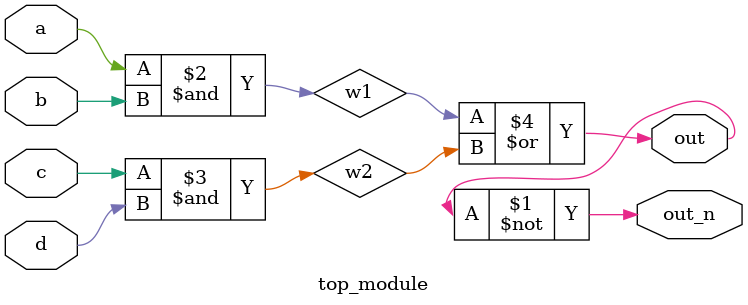
<source format=v>
`default_nettype none
module top_module(
    input a,
    input b,
    input c,
    input d,
    output out,
    output out_n   ); 
    
    wire w1;
    wire w2;
    
    
    assign out_n = ~out;
    assign w1 = a & b;
    assign w2 = c & d;
    assign out = w1 | w2;

endmodule

</source>
